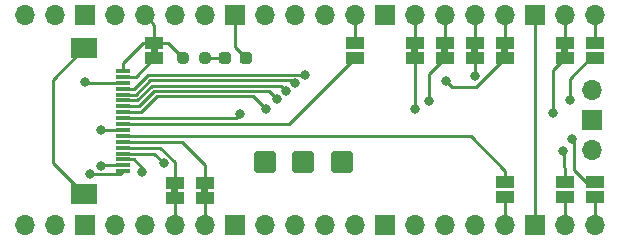
<source format=gbr>
%TF.GenerationSoftware,KiCad,Pcbnew,(6.0.10-0)*%
%TF.CreationDate,2023-01-20T18:48:23-05:00*%
%TF.ProjectId,EyeSPI-PiCowbell,45796553-5049-42d5-9069-436f7762656c,1.0.0*%
%TF.SameCoordinates,Original*%
%TF.FileFunction,Copper,L1,Top*%
%TF.FilePolarity,Positive*%
%FSLAX46Y46*%
G04 Gerber Fmt 4.6, Leading zero omitted, Abs format (unit mm)*
G04 Created by KiCad (PCBNEW (6.0.10-0)) date 2023-01-20 18:48:23*
%MOMM*%
%LPD*%
G01*
G04 APERTURE LIST*
G04 Aperture macros list*
%AMRoundRect*
0 Rectangle with rounded corners*
0 $1 Rounding radius*
0 $2 $3 $4 $5 $6 $7 $8 $9 X,Y pos of 4 corners*
0 Add a 4 corners polygon primitive as box body*
4,1,4,$2,$3,$4,$5,$6,$7,$8,$9,$2,$3,0*
0 Add four circle primitives for the rounded corners*
1,1,$1+$1,$2,$3*
1,1,$1+$1,$4,$5*
1,1,$1+$1,$6,$7*
1,1,$1+$1,$8,$9*
0 Add four rect primitives between the rounded corners*
20,1,$1+$1,$2,$3,$4,$5,0*
20,1,$1+$1,$4,$5,$6,$7,0*
20,1,$1+$1,$6,$7,$8,$9,0*
20,1,$1+$1,$8,$9,$2,$3,0*%
G04 Aperture macros list end*
%TA.AperFunction,SMDPad,CuDef*%
%ADD10R,1.500000X1.000000*%
%TD*%
%TA.AperFunction,ComponentPad*%
%ADD11O,1.700000X1.700000*%
%TD*%
%TA.AperFunction,ComponentPad*%
%ADD12R,1.700000X1.700000*%
%TD*%
%TA.AperFunction,SMDPad,CuDef*%
%ADD13R,1.300000X0.300000*%
%TD*%
%TA.AperFunction,SMDPad,CuDef*%
%ADD14R,2.200000X1.800000*%
%TD*%
%TA.AperFunction,SMDPad,CuDef*%
%ADD15RoundRect,0.237500X0.287500X0.237500X-0.287500X0.237500X-0.287500X-0.237500X0.287500X-0.237500X0*%
%TD*%
%TA.AperFunction,SMDPad,CuDef*%
%ADD16RoundRect,0.237500X-0.250000X-0.237500X0.250000X-0.237500X0.250000X0.237500X-0.250000X0.237500X0*%
%TD*%
%TA.AperFunction,ComponentPad*%
%ADD17RoundRect,0.250000X-0.675000X-0.675000X0.675000X-0.675000X0.675000X0.675000X-0.675000X0.675000X0*%
%TD*%
%TA.AperFunction,ComponentPad*%
%ADD18RoundRect,0.250000X0.675000X0.675000X-0.675000X0.675000X-0.675000X-0.675000X0.675000X-0.675000X0*%
%TD*%
%TA.AperFunction,ViaPad*%
%ADD19C,0.800000*%
%TD*%
%TA.AperFunction,Conductor*%
%ADD20C,0.250000*%
%TD*%
G04 APERTURE END LIST*
%TO.C,JP108*%
G36*
X161374100Y-66457400D02*
G01*
X160774100Y-66457400D01*
X160774100Y-65957400D01*
X161374100Y-65957400D01*
X161374100Y-66457400D01*
G37*
%TO.C,JP102*%
G36*
X136786900Y-66442400D02*
G01*
X136186900Y-66442400D01*
X136186900Y-65942400D01*
X136786900Y-65942400D01*
X136786900Y-66442400D01*
G37*
%TO.C,JP107*%
G36*
X166454100Y-66457400D02*
G01*
X165854100Y-66457400D01*
X165854100Y-65957400D01*
X166454100Y-65957400D01*
X166454100Y-66457400D01*
G37*
%TO.C,JP104*%
G36*
X141054100Y-78263800D02*
G01*
X140454100Y-78263800D01*
X140454100Y-77763800D01*
X141054100Y-77763800D01*
X141054100Y-78263800D01*
G37*
%TO.C,JP109*%
G36*
X163914100Y-66457400D02*
G01*
X163314100Y-66457400D01*
X163314100Y-65957400D01*
X163914100Y-65957400D01*
X163914100Y-66457400D01*
G37*
%TO.C,JP105*%
G36*
X171534100Y-66457400D02*
G01*
X170934100Y-66457400D01*
X170934100Y-65957400D01*
X171534100Y-65957400D01*
X171534100Y-66457400D01*
G37*
%TO.C,JP110*%
G36*
X158834100Y-66457400D02*
G01*
X158234100Y-66457400D01*
X158234100Y-65957400D01*
X158834100Y-65957400D01*
X158834100Y-66457400D01*
G37*
%TO.C,JP101*%
G36*
X138523700Y-78263800D02*
G01*
X137923700Y-78263800D01*
X137923700Y-77763800D01*
X138523700Y-77763800D01*
X138523700Y-78263800D01*
G37*
%TD*%
D10*
%TO.P,JP108,1,A*%
%TO.N,/TFT_DC*%
X161074100Y-66857400D03*
%TO.P,JP108,2,B*%
%TO.N,/GPIO20*%
X161074100Y-65557400D03*
%TD*%
%TO.P,JP102,1,A*%
%TO.N,/LITE*%
X136486900Y-66842400D03*
%TO.P,JP102,2,B*%
%TO.N,+3V3*%
X136486900Y-65542400D03*
%TD*%
%TO.P,JP107,1,A*%
%TO.N,/EYESPI_SCK*%
X166154100Y-66857400D03*
%TO.P,JP107,2,B*%
%TO.N,SCK*%
X166154100Y-65557400D03*
%TD*%
D11*
%TO.P,U101,1,GPIO0*%
%TO.N,unconnected-(U101-Pad1)*%
X125514100Y-80975200D03*
%TO.P,U101,2,GPIO1*%
%TO.N,unconnected-(U101-Pad2)*%
X128054100Y-80975200D03*
D12*
%TO.P,U101,3,GND*%
%TO.N,GND*%
X130594100Y-80975200D03*
D11*
%TO.P,U101,4,GPIO2*%
%TO.N,unconnected-(U101-Pad4)*%
X133134100Y-80975200D03*
%TO.P,U101,5,GPIO3*%
%TO.N,unconnected-(U101-Pad5)*%
X135674100Y-80975200D03*
%TO.P,U101,6,GPIO4*%
%TO.N,SDA*%
X138214100Y-80975200D03*
%TO.P,U101,7,GPIO5*%
%TO.N,SCL*%
X140754100Y-80975200D03*
D12*
%TO.P,U101,8,GND*%
%TO.N,GND*%
X143294100Y-80975200D03*
D11*
%TO.P,U101,9,GPIO6*%
%TO.N,unconnected-(U101-Pad9)*%
X145834100Y-80975200D03*
%TO.P,U101,10,GPIO7*%
%TO.N,unconnected-(U101-Pad10)*%
X148374100Y-80975200D03*
%TO.P,U101,11,GPIO8*%
%TO.N,unconnected-(U101-Pad11)*%
X150914100Y-80975200D03*
%TO.P,U101,12,GPIO9*%
%TO.N,unconnected-(U101-Pad12)*%
X153454100Y-80975200D03*
D12*
%TO.P,U101,13,GND*%
%TO.N,GND*%
X155994100Y-80975200D03*
D11*
%TO.P,U101,14,GPIO10*%
%TO.N,unconnected-(U101-Pad14)*%
X158534100Y-80975200D03*
%TO.P,U101,15,GPIO11*%
%TO.N,unconnected-(U101-Pad15)*%
X161074100Y-80975200D03*
%TO.P,U101,16,GPIO12*%
%TO.N,unconnected-(U101-Pad16)*%
X163614100Y-80975200D03*
%TO.P,U101,17,GPIO13*%
%TO.N,/GPIO13*%
X166154100Y-80975200D03*
D12*
%TO.P,U101,18,GND*%
%TO.N,GND*%
X168694100Y-80975200D03*
D11*
%TO.P,U101,19,GPIO14*%
%TO.N,/GPIO14*%
X171234100Y-80975200D03*
%TO.P,U101,20,GPIO15*%
%TO.N,/GPIO15*%
X173774100Y-80975200D03*
%TO.P,U101,21,GPIO16*%
%TO.N,MISO*%
X173774100Y-63195200D03*
%TO.P,U101,22,GPIO17*%
%TO.N,/GPIO17*%
X171234100Y-63195200D03*
D12*
%TO.P,U101,23,GND*%
%TO.N,GND*%
X168694100Y-63195200D03*
D11*
%TO.P,U101,24,GPIO18*%
%TO.N,SCK*%
X166154100Y-63195200D03*
%TO.P,U101,25,GPIO19*%
%TO.N,MOSI*%
X163614100Y-63195200D03*
%TO.P,U101,26,GPIO20*%
%TO.N,/GPIO20*%
X161074100Y-63195200D03*
%TO.P,U101,27,GPIO21*%
%TO.N,/GPIO21*%
X158534100Y-63195200D03*
D12*
%TO.P,U101,28,GND*%
%TO.N,GND*%
X155994100Y-63195200D03*
D11*
%TO.P,U101,29,GPIO22*%
%TO.N,/GPIO22*%
X153454100Y-63195200D03*
%TO.P,U101,30,RUN*%
%TO.N,unconnected-(U101-Pad30)*%
X150914100Y-63195200D03*
%TO.P,U101,31,GPIO26_ADC0*%
%TO.N,unconnected-(U101-Pad31)*%
X148374100Y-63195200D03*
%TO.P,U101,32,GPIO27_ADC1*%
%TO.N,unconnected-(U101-Pad32)*%
X145834100Y-63195200D03*
D12*
%TO.P,U101,33,AGND*%
%TO.N,GND*%
X143294100Y-63195200D03*
D11*
%TO.P,U101,34,GPIO28_ADC2*%
%TO.N,unconnected-(U101-Pad34)*%
X140754100Y-63195200D03*
%TO.P,U101,35,ADC_VREF*%
%TO.N,unconnected-(U101-Pad35)*%
X138214100Y-63195200D03*
%TO.P,U101,36,3V3*%
%TO.N,+3V3*%
X135674100Y-63195200D03*
%TO.P,U101,37,3V3_EN*%
%TO.N,unconnected-(U101-Pad37)*%
X133134100Y-63195200D03*
D12*
%TO.P,U101,38,GND*%
%TO.N,GND*%
X130594100Y-63195200D03*
D11*
%TO.P,U101,39,VSYS*%
%TO.N,unconnected-(U101-Pad39)*%
X128054100Y-63195200D03*
%TO.P,U101,40,VBUS*%
%TO.N,unconnected-(U101-Pad40)*%
X125514100Y-63195200D03*
%TO.P,U101,41,SWCLK*%
%TO.N,unconnected-(U101-Pad41)*%
X173544100Y-74625200D03*
D12*
%TO.P,U101,42,GND*%
%TO.N,unconnected-(U101-Pad42)*%
X173544100Y-72085200D03*
D11*
%TO.P,U101,43,SWDIO*%
%TO.N,unconnected-(U101-Pad43)*%
X173544100Y-69545200D03*
%TD*%
D13*
%TO.P,J106,1,VCC*%
%TO.N,+3V3*%
X133815700Y-67911400D03*
%TO.P,J106,2,BL*%
%TO.N,/LITE*%
X133815700Y-68411400D03*
%TO.P,J106,3,GND*%
%TO.N,GND*%
X133815700Y-68911400D03*
%TO.P,J106,4,SCK*%
%TO.N,/EYESPI_SCK*%
X133815700Y-69411400D03*
%TO.P,J106,5,MOSI*%
%TO.N,/EYESPI_MOSI*%
X133815700Y-69911400D03*
%TO.P,J106,6,MISO*%
%TO.N,/EYESPI_MISO*%
X133815700Y-70411400D03*
%TO.P,J106,7,DC*%
%TO.N,/TFT_DC*%
X133815700Y-70911400D03*
%TO.P,J106,8,~{RESET}*%
%TO.N,/~{TFT_RST}*%
X133815700Y-71411400D03*
%TO.P,J106,9,~{DISP_CS}*%
%TO.N,/~{TFT_CS}*%
X133815700Y-71911400D03*
%TO.P,J106,10,~{SD_CS}*%
%TO.N,/~{CARD_CS}*%
X133815700Y-72411400D03*
%TO.P,J106,11,~{MEM_CS}*%
%TO.N,/~{MEM_CS}*%
X133815700Y-72911400D03*
%TO.P,J106,12,~{TS_CS}*%
%TO.N,/~{TS_CS}*%
X133815700Y-73411400D03*
%TO.P,J106,13,SCL*%
%TO.N,/EYESPI_SCL*%
X133815700Y-73911400D03*
%TO.P,J106,14,SDA*%
%TO.N,/EYESPI_SDA*%
X133815700Y-74411400D03*
%TO.P,J106,15,INT*%
%TO.N,/INT*%
X133815700Y-74911400D03*
%TO.P,J106,16,BUSY/TE*%
%TO.N,/BUSY*%
X133815700Y-75411400D03*
%TO.P,J106,17,GPIO1*%
%TO.N,/EYESPI_GPIO1*%
X133815700Y-75911400D03*
%TO.P,J106,18,GPIO2*%
%TO.N,/EYESPI_GPIO2*%
X133815700Y-76411400D03*
D14*
%TO.P,J106,MP,MP*%
%TO.N,unconnected-(J106-PadMP)*%
X130565700Y-66011400D03*
X130565700Y-78311400D03*
%TD*%
D10*
%TO.P,JP104,1,A*%
%TO.N,/EYESPI_SCL*%
X140754100Y-77363800D03*
%TO.P,JP104,2,B*%
%TO.N,SCL*%
X140754100Y-78663800D03*
%TD*%
%TO.P,JP109,1,A*%
%TO.N,/EYESPI_MOSI*%
X163614100Y-66857400D03*
%TO.P,JP109,2,B*%
%TO.N,MOSI*%
X163614100Y-65557400D03*
%TD*%
%TO.P,JP106,1,A*%
%TO.N,/INT*%
X171234100Y-77302600D03*
%TO.P,JP106,2,B*%
%TO.N,/GPIO14*%
X171234100Y-78602600D03*
%TD*%
%TO.P,JP103,1,A*%
%TO.N,/~{TS_CS}*%
X166154100Y-77302600D03*
%TO.P,JP103,2,B*%
%TO.N,/GPIO13*%
X166154100Y-78602600D03*
%TD*%
%TO.P,JP105,1,A*%
%TO.N,/~{TFT_CS}*%
X171234100Y-66857400D03*
%TO.P,JP105,2,B*%
%TO.N,/GPIO17*%
X171234100Y-65557400D03*
%TD*%
%TO.P,JP113,1,A*%
%TO.N,/BUSY*%
X173774100Y-77302600D03*
%TO.P,JP113,2,B*%
%TO.N,/GPIO15*%
X173774100Y-78602600D03*
%TD*%
%TO.P,JP111,1,A*%
%TO.N,/EYESPI_MISO*%
X173774100Y-66857400D03*
%TO.P,JP111,2,B*%
%TO.N,MISO*%
X173774100Y-65557400D03*
%TD*%
%TO.P,JP110,1,A*%
%TO.N,/~{TFT_RST}*%
X158534100Y-66857400D03*
%TO.P,JP110,2,B*%
%TO.N,/GPIO21*%
X158534100Y-65557400D03*
%TD*%
%TO.P,JP101,1,A*%
%TO.N,/EYESPI_SDA*%
X138223700Y-77363800D03*
%TO.P,JP101,2,B*%
%TO.N,SDA*%
X138223700Y-78663800D03*
%TD*%
D15*
%TO.P,D101,1,K*%
%TO.N,GND*%
X144245300Y-66852800D03*
%TO.P,D101,2,A*%
%TO.N,Net-(D101-Pad2)*%
X142495300Y-66852800D03*
%TD*%
D16*
%TO.P,R101,1*%
%TO.N,+3V3*%
X138927200Y-66852800D03*
%TO.P,R101,2*%
%TO.N,Net-(D101-Pad2)*%
X140752200Y-66852800D03*
%TD*%
D10*
%TO.P,JP112,1,A*%
%TO.N,/~{CARD_CS}*%
X153454100Y-66857400D03*
%TO.P,JP112,2,B*%
%TO.N,/GPIO22*%
X153454100Y-65557400D03*
%TD*%
D17*
%TO.P,J109,1,Pin_1*%
%TO.N,/~{MEM_CS}*%
X152336500Y-75641200D03*
%TD*%
%TO.P,J107,1,Pin_1*%
%TO.N,/EYESPI_GPIO1*%
X145843700Y-75643000D03*
%TD*%
D18*
%TO.P,J108,1,Pin_1*%
%TO.N,/EYESPI_GPIO2*%
X149094900Y-75641200D03*
%TD*%
D19*
%TO.N,GND*%
X130578300Y-68886600D03*
%TO.N,/EYESPI_SCK*%
X149247300Y-68251600D03*
X161210700Y-68759600D03*
%TO.N,/EYESPI_MOSI*%
X148409100Y-68976100D03*
X163616001Y-68370901D03*
%TO.N,/EYESPI_MISO*%
X147612715Y-69580066D03*
X171675500Y-70385200D03*
%TO.N,/TFT_DC*%
X146859700Y-70283600D03*
X159771301Y-70449300D03*
%TO.N,/~{TFT_RST}*%
X158543700Y-71096400D03*
X145894500Y-71096400D03*
%TO.N,/~{TFT_CS}*%
X143760900Y-71553600D03*
X170227700Y-71502800D03*
%TO.N,/~{MEM_CS}*%
X131949900Y-72925200D03*
%TO.N,/INT*%
X137257901Y-75728399D03*
X171103400Y-74703200D03*
%TO.N,/BUSY*%
X135455100Y-76506600D03*
X171827900Y-73712600D03*
%TO.N,/EYESPI_GPIO1*%
X131975300Y-75922400D03*
%TO.N,/EYESPI_GPIO2*%
X131035500Y-76633600D03*
%TD*%
D20*
%TO.N,GND*%
X143294100Y-65901600D02*
X144245300Y-66852800D01*
X130603100Y-68911400D02*
X130578300Y-68886600D01*
X133815700Y-68911400D02*
X130603100Y-68911400D01*
X168694100Y-63195200D02*
X168694100Y-80975200D01*
X143294100Y-63195200D02*
X143294100Y-65901600D01*
%TO.N,Net-(D101-Pad2)*%
X140752200Y-66852800D02*
X142495300Y-66852800D01*
%TO.N,/LITE*%
X134892900Y-68436400D02*
X133819900Y-68436400D01*
X136486900Y-66842400D02*
X134892900Y-68436400D01*
%TO.N,/EYESPI_SCK*%
X161210700Y-68759600D02*
X161718700Y-69267600D01*
X149247300Y-68251600D02*
X135925500Y-68251600D01*
X161718700Y-69267600D02*
X163743900Y-69267600D01*
X134765700Y-69411400D02*
X133815700Y-69411400D01*
X135925500Y-68251600D02*
X134765700Y-69411400D01*
X163743900Y-69267600D02*
X166154100Y-66857400D01*
%TO.N,/EYESPI_MOSI*%
X148134600Y-68701600D02*
X136111896Y-68701600D01*
X136111896Y-68701600D02*
X134902096Y-69911400D01*
X163616001Y-68370901D02*
X163614100Y-68369000D01*
X163614100Y-68369000D02*
X163614100Y-66857400D01*
X148409100Y-68976100D02*
X148134600Y-68701600D01*
X134902096Y-69911400D02*
X133815700Y-69911400D01*
%TO.N,/EYESPI_MISO*%
X171675500Y-68581800D02*
X173399900Y-66857400D01*
X135038492Y-70411400D02*
X133815700Y-70411400D01*
X147184249Y-69151600D02*
X136298292Y-69151600D01*
X171675500Y-70385200D02*
X171675500Y-68581800D01*
X136298292Y-69151600D02*
X135038492Y-70411400D01*
X147612715Y-69580066D02*
X147184249Y-69151600D01*
X173399900Y-66857400D02*
X173774100Y-66857400D01*
%TO.N,/TFT_DC*%
X146177700Y-69601600D02*
X136484688Y-69601600D01*
X159771301Y-70449300D02*
X159771301Y-68160199D01*
X136484688Y-69601600D02*
X135174888Y-70911400D01*
X159771301Y-68160199D02*
X161074100Y-66857400D01*
X146859700Y-70283600D02*
X146177700Y-69601600D01*
X135174888Y-70911400D02*
X133815700Y-70911400D01*
%TO.N,/~{TFT_RST}*%
X145894500Y-71096400D02*
X144849700Y-70051600D01*
X144849700Y-70051600D02*
X136671084Y-70051600D01*
X158534100Y-67931000D02*
X158534100Y-66857400D01*
X158543700Y-67940600D02*
X158534100Y-67931000D01*
X135311284Y-71411400D02*
X133815700Y-71411400D01*
X158543700Y-71096400D02*
X158543700Y-67940600D01*
X136671084Y-70051600D02*
X135311284Y-71411400D01*
%TO.N,/~{TFT_CS}*%
X143403100Y-71911400D02*
X143760900Y-71553600D01*
X133815700Y-71911400D02*
X143403100Y-71911400D01*
X170227700Y-67863800D02*
X171234100Y-66857400D01*
X170227700Y-71502800D02*
X170227700Y-67863800D01*
%TO.N,/~{CARD_CS}*%
X147900100Y-72411400D02*
X153454100Y-66857400D01*
X133815700Y-72411400D02*
X147900100Y-72411400D01*
%TO.N,/~{MEM_CS}*%
X133815700Y-72911400D02*
X131963700Y-72911400D01*
X131963700Y-72911400D02*
X131949900Y-72925200D01*
%TO.N,/EYESPI_SCL*%
X140754100Y-75862000D02*
X140754100Y-77363800D01*
X133815700Y-73911400D02*
X138803500Y-73911400D01*
X138803500Y-73911400D02*
X140754100Y-75862000D01*
%TO.N,/EYESPI_SDA*%
X133815700Y-74411400D02*
X136992100Y-74411400D01*
X136992100Y-74411400D02*
X138223700Y-75643000D01*
X138223700Y-75643000D02*
X138223700Y-77363800D01*
%TO.N,/INT*%
X136440902Y-74911400D02*
X133815700Y-74911400D01*
X171174700Y-76057996D02*
X171234100Y-76117396D01*
X171174700Y-74774500D02*
X171174700Y-76057996D01*
X171103400Y-74703200D02*
X171174700Y-74774500D01*
X171234100Y-76117396D02*
X171234100Y-77302600D01*
X137257901Y-75728399D02*
X136440902Y-74911400D01*
%TO.N,/BUSY*%
X134765700Y-75411400D02*
X133815700Y-75411400D01*
X171827900Y-73712600D02*
X172031100Y-73915800D01*
X135455100Y-76100800D02*
X134765700Y-75411400D01*
X172031100Y-76278000D02*
X173055700Y-77302600D01*
X172031100Y-73915800D02*
X172031100Y-76278000D01*
X135455100Y-76506600D02*
X135455100Y-76100800D01*
X173055700Y-77302600D02*
X173774100Y-77302600D01*
%TO.N,/~{TS_CS}*%
X133815700Y-73411400D02*
X138074900Y-73411400D01*
X163268100Y-73433200D02*
X166189100Y-76354200D01*
X138096700Y-73433200D02*
X163268100Y-73433200D01*
X166154100Y-76389200D02*
X166154100Y-77302600D01*
X166189100Y-76354200D02*
X166154100Y-76389200D01*
X138074900Y-73411400D02*
X138096700Y-73433200D01*
%TO.N,+3V3*%
X136486900Y-65542400D02*
X135486900Y-65542400D01*
X135486900Y-65542400D02*
X133815700Y-67213600D01*
X135674100Y-63195200D02*
X136486900Y-64008000D01*
X136486900Y-65542400D02*
X137616800Y-65542400D01*
X133815700Y-67213600D02*
X133815700Y-67911400D01*
X137616800Y-65542400D02*
X138927200Y-66852800D01*
X136486900Y-64008000D02*
X136486900Y-65542400D01*
%TO.N,unconnected-(J106-PadMP)*%
X127936700Y-68640400D02*
X127936700Y-75682400D01*
X130565700Y-66011400D02*
X127936700Y-68640400D01*
X127936700Y-75682400D02*
X130565700Y-78311400D01*
%TO.N,/EYESPI_GPIO1*%
X133815700Y-75911400D02*
X131986300Y-75911400D01*
X131986300Y-75911400D02*
X131975300Y-75922400D01*
%TO.N,/EYESPI_GPIO2*%
X133815700Y-76411400D02*
X133579700Y-76647400D01*
X133579700Y-76647400D02*
X131049300Y-76647400D01*
X131049300Y-76647400D02*
X131035500Y-76633600D01*
%TO.N,SDA*%
X138223700Y-80965600D02*
X138214100Y-80975200D01*
X138223700Y-78663800D02*
X138223700Y-80965600D01*
%TO.N,SCL*%
X140754100Y-78663800D02*
X140754100Y-80975200D01*
%TO.N,/GPIO17*%
X171234100Y-63195200D02*
X171234100Y-65557400D01*
%TO.N,SCK*%
X166154100Y-63195200D02*
X166154100Y-65557400D01*
%TO.N,/GPIO20*%
X161074100Y-63195200D02*
X161074100Y-65557400D01*
%TO.N,MOSI*%
X163614100Y-63195200D02*
X163614100Y-65557400D01*
%TO.N,/GPIO21*%
X158534100Y-63195200D02*
X158534100Y-65557400D01*
%TO.N,MISO*%
X173774100Y-63195200D02*
X173774100Y-65557400D01*
%TO.N,/GPIO22*%
X153454100Y-63195200D02*
X153454100Y-65557400D01*
%TO.N,/GPIO13*%
X166154100Y-78602600D02*
X166154100Y-80975200D01*
%TO.N,/GPIO14*%
X171234100Y-78602600D02*
X171234100Y-80975200D01*
%TO.N,/GPIO15*%
X173774100Y-78602600D02*
X173774100Y-80975200D01*
%TD*%
M02*

</source>
